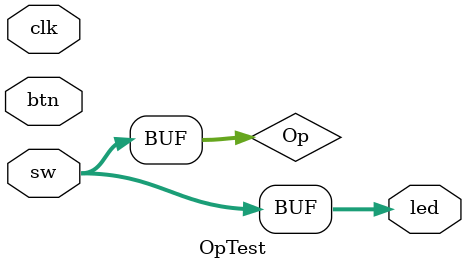
<source format=v>



module OpTest
(
    input        clk,
    input  [3:0] sw,
    input  [3:0] btn,
    output [3:0] led
);

    //wire res_sel;             // 0 = setting operation , 1 = setting data
    wire clk;
    wire[3:0] Op;


    // Setting the 
    assign Op[0] = sw[0];
    assign Op[1] = sw[1];
    assign Op[2] = sw[2];
    assign Op[3] = sw[3];

    //Setting the led's
    assign led[0] = Op[0];
    assign led[1] = Op[1];
    assign led[2] = Op[2];
    assign led[3] = Op[3];



endmodule

</source>
